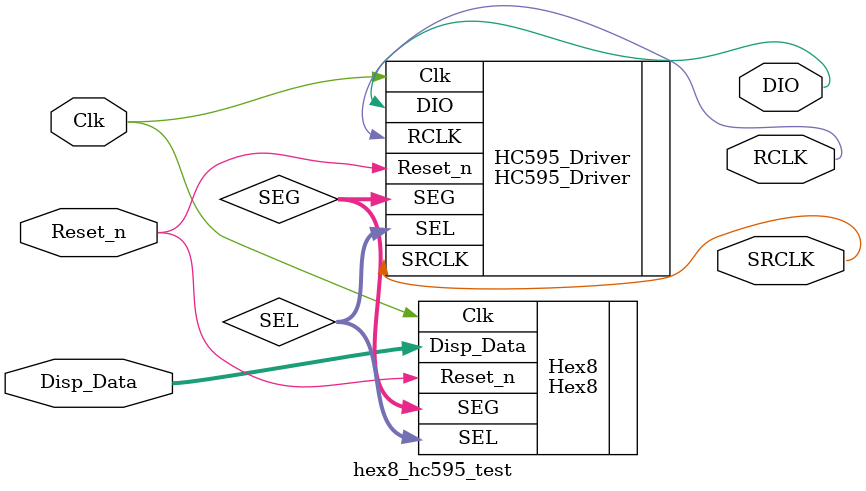
<source format=v>

module hex8_hc595_test(
    Clk,
    Reset_n,
    Disp_Data,
    DIO,
    SRCLK,
    RCLK
    );
input Reset_n;
input Clk;
output  DIO;
output  SRCLK;
output  RCLK;
wire [7:0] SEG,SEL;
input [31:0] Disp_Data;

HC595_Driver HC595_Driver(
    .Reset_n(Reset_n),
    .Clk(Clk),
    .SEG(SEG),
    .SEL(SEL),
    .DIO(DIO),
    .SRCLK(SRCLK),
    .RCLK(RCLK)
);

Hex8 Hex8(
    .Clk(Clk),
    .Reset_n(Reset_n),
    .Disp_Data(Disp_Data),
    .SEL(SEL),
    .SEG(SEG)
);
endmodule
</source>
